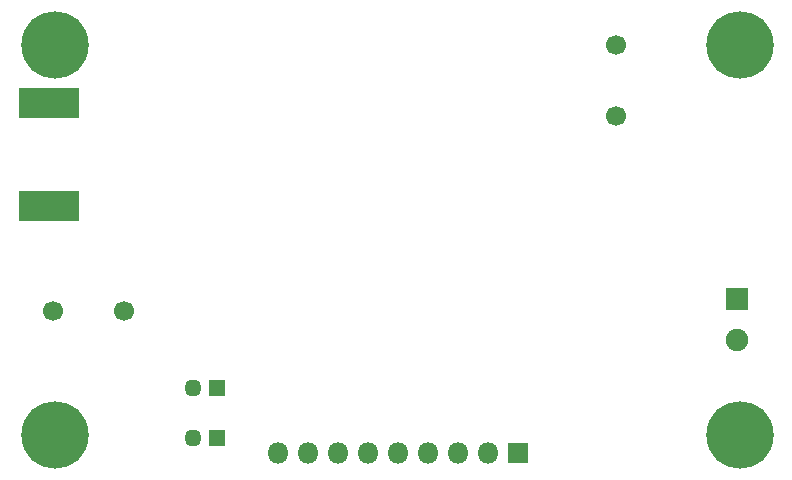
<source format=gbr>
%TF.GenerationSoftware,KiCad,Pcbnew,(5.1.6-0-10_14)*%
%TF.CreationDate,2021-04-21T18:18:53-05:00*%
%TF.ProjectId,MBRadio_4732_BO3,4d425261-6469-46f5-9f34-3733325f424f,rev?*%
%TF.SameCoordinates,Original*%
%TF.FileFunction,Soldermask,Bot*%
%TF.FilePolarity,Negative*%
%FSLAX46Y46*%
G04 Gerber Fmt 4.6, Leading zero omitted, Abs format (unit mm)*
G04 Created by KiCad (PCBNEW (5.1.6-0-10_14)) date 2021-04-21 18:18:53*
%MOMM*%
%LPD*%
G01*
G04 APERTURE LIST*
%ADD10C,5.700000*%
%ADD11C,1.700000*%
%ADD12R,1.450000X1.450000*%
%ADD13O,1.450000X1.450000*%
%ADD14R,5.180000X2.520000*%
%ADD15R,1.800000X1.800000*%
%ADD16O,1.800000X1.800000*%
%ADD17R,1.900000X1.900000*%
%ADD18C,1.900000*%
G04 APERTURE END LIST*
D10*
%TO.C,REF\u002A\u002A*%
X111500000Y-136500000D03*
%TD*%
%TO.C,REF\u002A\u002A*%
X111500000Y-103500000D03*
%TD*%
%TO.C,REF\u002A\u002A*%
X53500000Y-136500000D03*
%TD*%
%TO.C,REF\u002A\u002A*%
X53500000Y-103500000D03*
%TD*%
D11*
%TO.C,J3*%
X101000000Y-103500000D03*
X101000000Y-109500000D03*
%TD*%
D12*
%TO.C,JP1*%
X67220000Y-132490000D03*
D13*
X65220000Y-132490000D03*
%TD*%
D14*
%TO.C,J5*%
X53030000Y-108370000D03*
X53030000Y-117130000D03*
%TD*%
D12*
%TO.C,JP3*%
X67190000Y-136750000D03*
D13*
X65190000Y-136750000D03*
%TD*%
D15*
%TO.C,J7*%
X92660000Y-138000000D03*
D16*
X90120000Y-138000000D03*
X87580000Y-138000000D03*
X85040000Y-138000000D03*
X82500000Y-138000000D03*
X79960000Y-138000000D03*
X77420000Y-138000000D03*
X74880000Y-138000000D03*
X72340000Y-138000000D03*
%TD*%
D17*
%TO.C,J6*%
X111230000Y-125000000D03*
D18*
X111230000Y-128500000D03*
%TD*%
D11*
%TO.C,J4*%
X53350000Y-126000000D03*
X59350000Y-126000000D03*
%TD*%
M02*

</source>
